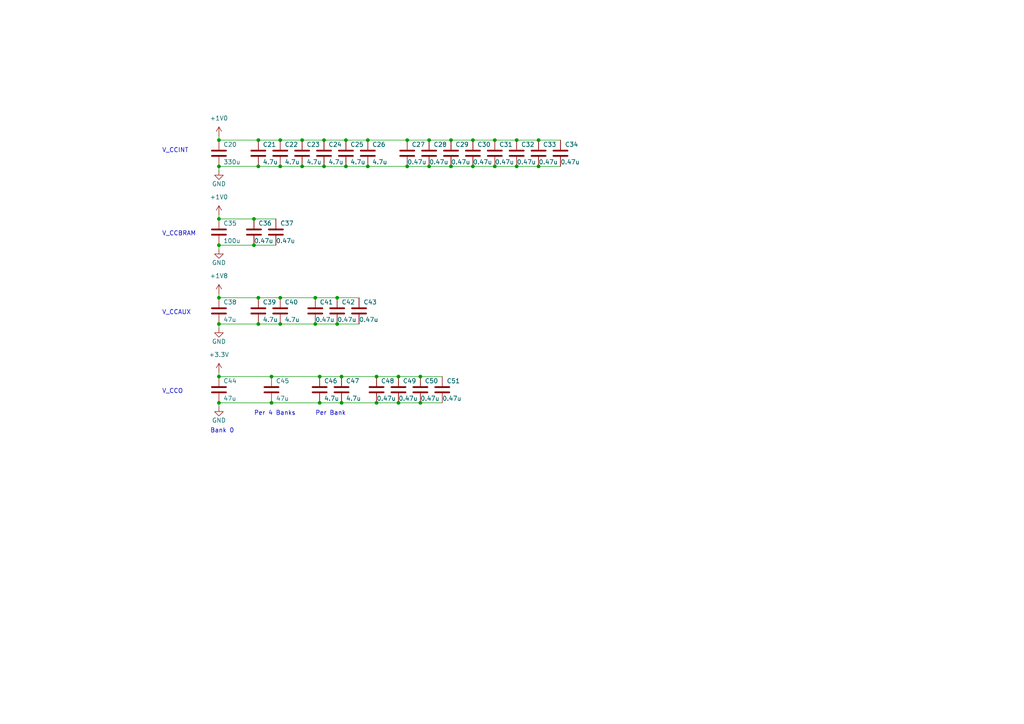
<source format=kicad_sch>
(kicad_sch (version 20230121) (generator eeschema)
  (paper "A4")
  (lib_symbols
    (symbol "Device:C" (pin_numbers hide) (pin_names (offset 0.254))
      (property "Reference" "C" (at 0.635 2.54 0))
      (property "Value" "C" (at 0.635 -2.54 0))
      (symbol "C_0_1"
        (polyline (pts (xy -2.032 -0.762) (xy 2.032 -0.762)) (stroke (width 0.508)))
        (polyline (pts (xy -2.032 0.762) (xy 2.032 0.762)) (stroke (width 0.508)))
      )
      (symbol "C_1_1"
        (pin passive line (at 0 3.81 270) (length 2.794) (name "~") (number "1"))
        (pin passive line (at 0 -3.81 90) (length 2.794) (name "~") (number "2"))
      )
    )
    (symbol "power:+1V0" (power) (pin_names (offset 0))
      (property "Value" "+1V0" (at 0 3.556 0))
      (symbol "+1V0_0_1"
        (polyline (pts (xy -0.762 1.27) (xy 0 2.54)))
        (polyline (pts (xy 0 0) (xy 0 2.54)))
        (polyline (pts (xy 0 2.54) (xy 0.762 1.27)))
      )
      (symbol "+1V0_1_1"
        (pin power_in line (at 0 0 90) (length 0) hide (name "+1V0") (number "1"))
      )
    )
    (symbol "power:+1V8" (power) (pin_names (offset 0))
      (property "Value" "+1V8" (at 0 3.556 0))
      (symbol "+1V8_0_1"
        (polyline (pts (xy -0.762 1.27) (xy 0 2.54)))
        (polyline (pts (xy 0 0) (xy 0 2.54)))
        (polyline (pts (xy 0 2.54) (xy 0.762 1.27)))
      )
      (symbol "+1V8_1_1"
        (pin power_in line (at 0 0 90) (length 0) hide (name "+1V8") (number "1"))
      )
    )
    (symbol "power:+3.3V" (power) (pin_names (offset 0))
      (property "Value" "+3.3V" (at 0 3.556 0))
      (symbol "+3.3V_0_1"
        (polyline (pts (xy -0.762 1.27) (xy 0 2.54)))
        (polyline (pts (xy 0 0) (xy 0 2.54)))
        (polyline (pts (xy 0 2.54) (xy 0.762 1.27)))
      )
      (symbol "+3.3V_1_1"
        (pin power_in line (at 0 0 90) (length 0) hide (name "+3.3V") (number "1"))
      )
    )
    (symbol "power:GND" (power) (pin_names (offset 0))
      (property "Value" "GND" (at 0 -3.81 0))
      (symbol "GND_0_1"
        (polyline (pts (xy 0 0) (xy 0 -1.27) (xy 1.27 -1.27) (xy 0 -2.54) (xy -1.27 -1.27) (xy 0 -1.27)))
      )
      (symbol "GND_1_1"
        (pin power_in line (at 0 0 270) (length 0) hide (name "GND") (number "1"))
      )
    )
  )
  (junction (at 156.21 48.26))
  (junction (at 100.33 40.64))
  (junction (at 156.21 40.64))
  (junction (at 149.86 40.64))
  (junction (at 118.11 40.64))
  (junction (at 106.68 48.26))
  (junction (at 149.86 48.26))
  (junction (at 93.98 48.26))
  (junction (at 63.5 86.36))
  (junction (at 143.51 40.64))
  (junction (at 118.11 48.26))
  (junction (at 121.92 116.84))
  (junction (at 63.5 48.26))
  (junction (at 74.93 93.98))
  (junction (at 124.46 48.26))
  (junction (at 63.5 40.64))
  (junction (at 130.81 40.64))
  (junction (at 91.44 86.36))
  (junction (at 78.74 116.84))
  (junction (at 115.57 116.84))
  (junction (at 143.51 48.26))
  (junction (at 74.93 40.64))
  (junction (at 63.5 93.98))
  (junction (at 81.28 93.98))
  (junction (at 63.5 116.84))
  (junction (at 74.93 48.26))
  (junction (at 78.74 109.22))
  (junction (at 81.28 48.26))
  (junction (at 97.79 86.36))
  (junction (at 63.5 63.5))
  (junction (at 91.44 93.98))
  (junction (at 92.71 109.22))
  (junction (at 73.66 71.12))
  (junction (at 130.81 48.26))
  (junction (at 137.16 40.64))
  (junction (at 92.71 116.84))
  (junction (at 81.28 40.64))
  (junction (at 81.28 86.36))
  (junction (at 109.22 109.22))
  (junction (at 99.06 109.22))
  (junction (at 87.63 48.26))
  (junction (at 106.68 40.64))
  (junction (at 73.66 63.5))
  (junction (at 87.63 40.64))
  (junction (at 100.33 48.26))
  (junction (at 93.98 40.64))
  (junction (at 99.06 116.84))
  (junction (at 74.93 86.36))
  (junction (at 137.16 48.26))
  (junction (at 109.22 116.84))
  (junction (at 121.92 109.22))
  (junction (at 124.46 40.64))
  (junction (at 63.5 109.22))
  (junction (at 97.79 93.98))
  (junction (at 63.5 71.12))
  (junction (at 115.57 109.22))
  (wire (pts (xy 63.5 62.23) (xy 63.5 63.5)))
  (wire (pts (xy 63.5 39.37) (xy 63.5 40.64)))
  (wire (pts (xy 81.28 93.98) (xy 91.44 93.98)))
  (wire (pts (xy 130.81 48.26) (xy 137.16 48.26)))
  (wire (pts (xy 63.5 85.09) (xy 63.5 86.36)))
  (wire (pts (xy 118.11 40.64) (xy 124.46 40.64)))
  (wire (pts (xy 99.06 109.22) (xy 109.22 109.22)))
  (wire (pts (xy 63.5 93.98) (xy 63.5 95.25)))
  (wire (pts (xy 137.16 48.26) (xy 143.51 48.26)))
  (wire (pts (xy 87.63 48.26) (xy 93.98 48.26)))
  (wire (pts (xy 115.57 116.84) (xy 121.92 116.84)))
  (wire (pts (xy 93.98 40.64) (xy 100.33 40.64)))
  (wire (pts (xy 81.28 86.36) (xy 91.44 86.36)))
  (wire (pts (xy 109.22 109.22) (xy 115.57 109.22)))
  (wire (pts (xy 78.74 109.22) (xy 92.71 109.22)))
  (wire (pts (xy 106.68 48.26) (xy 118.11 48.26)))
  (wire (pts (xy 97.79 93.98) (xy 104.14 93.98)))
  (wire (pts (xy 87.63 40.64) (xy 93.98 40.64)))
  (wire (pts (xy 97.79 86.36) (xy 104.14 86.36)))
  (wire (pts (xy 63.5 93.98) (xy 74.93 93.98)))
  (wire (pts (xy 130.81 40.64) (xy 137.16 40.64)))
  (wire (pts (xy 143.51 48.26) (xy 149.86 48.26)))
  (wire (pts (xy 93.98 48.26) (xy 100.33 48.26)))
  (wire (pts (xy 106.68 40.64) (xy 118.11 40.64)))
  (wire (pts (xy 63.5 116.84) (xy 78.74 116.84)))
  (wire (pts (xy 73.66 63.5) (xy 80.01 63.5)))
  (wire (pts (xy 63.5 86.36) (xy 74.93 86.36)))
  (wire (pts (xy 149.86 48.26) (xy 156.21 48.26)))
  (wire (pts (xy 109.22 116.84) (xy 115.57 116.84)))
  (wire (pts (xy 81.28 48.26) (xy 87.63 48.26)))
  (wire (pts (xy 74.93 40.64) (xy 81.28 40.64)))
  (wire (pts (xy 92.71 109.22) (xy 99.06 109.22)))
  (wire (pts (xy 63.5 48.26) (xy 63.5 49.53)))
  (wire (pts (xy 63.5 107.95) (xy 63.5 109.22)))
  (wire (pts (xy 143.51 40.64) (xy 149.86 40.64)))
  (wire (pts (xy 74.93 86.36) (xy 81.28 86.36)))
  (wire (pts (xy 124.46 48.26) (xy 130.81 48.26)))
  (wire (pts (xy 63.5 71.12) (xy 63.5 72.39)))
  (wire (pts (xy 63.5 71.12) (xy 73.66 71.12)))
  (wire (pts (xy 124.46 40.64) (xy 130.81 40.64)))
  (wire (pts (xy 78.74 116.84) (xy 92.71 116.84)))
  (wire (pts (xy 63.5 63.5) (xy 73.66 63.5)))
  (wire (pts (xy 63.5 40.64) (xy 74.93 40.64)))
  (wire (pts (xy 100.33 40.64) (xy 106.68 40.64)))
  (wire (pts (xy 118.11 48.26) (xy 124.46 48.26)))
  (wire (pts (xy 63.5 48.26) (xy 74.93 48.26)))
  (wire (pts (xy 91.44 86.36) (xy 97.79 86.36)))
  (wire (pts (xy 121.92 116.84) (xy 128.27 116.84)))
  (wire (pts (xy 156.21 40.64) (xy 162.56 40.64)))
  (wire (pts (xy 74.93 93.98) (xy 81.28 93.98)))
  (wire (pts (xy 81.28 40.64) (xy 87.63 40.64)))
  (wire (pts (xy 73.66 71.12) (xy 80.01 71.12)))
  (wire (pts (xy 63.5 116.84) (xy 63.5 118.11)))
  (wire (pts (xy 100.33 48.26) (xy 106.68 48.26)))
  (wire (pts (xy 121.92 109.22) (xy 128.27 109.22)))
  (wire (pts (xy 92.71 116.84) (xy 99.06 116.84)))
  (wire (pts (xy 137.16 40.64) (xy 143.51 40.64)))
  (wire (pts (xy 149.86 40.64) (xy 156.21 40.64)))
  (wire (pts (xy 63.5 109.22) (xy 78.74 109.22)))
  (wire (pts (xy 91.44 93.98) (xy 97.79 93.98)))
  (wire (pts (xy 74.93 48.26) (xy 81.28 48.26)))
  (wire (pts (xy 115.57 109.22) (xy 121.92 109.22)))
  (wire (pts (xy 99.06 116.84) (xy 109.22 116.84)))
  (wire (pts (xy 156.21 48.26) (xy 162.56 48.26)))
  (text "Bank 0" (at 60.96 125.73 0) (effects (font (size 1.27 1.27)) (justify left bottom)))
  (text "V_CCO" (at 46.99 114.3 0) (effects (font (size 1.27 1.27)) (justify left bottom)))
  (text "V_CCAUX" (at 46.99 91.44 0) (effects (font (size 1.27 1.27)) (justify left bottom)))
  (text "V_CCINT" (at 46.99 44.45 0) (effects (font (size 1.27 1.27)) (justify left bottom)))
  (text "V_CCBRAM" (at 46.99 68.58 0) (effects (font (size 1.27 1.27)) (justify left bottom)))
  (text "Per 4 Banks" (at 73.66 120.65 0) (effects (font (size 1.27 1.27)) (justify left bottom)))
  (text "Per Bank" (at 91.44 120.65 0) (effects (font (size 1.27 1.27)) (justify left bottom)))
  (symbol (lib_id "Device:C") (at 81.28 90.17 0) (unit 1)
    (property "Reference" "C40" (at 82.55 87.63 0) (effects (justify left)))
    (property "Value" "4.7u" (at 82.55 92.71 0) (effects (justify left)))
    (property "Footprint" "Capacitor_SMD:C_0805_2012Metric" (effects hide))
  )
  (symbol (lib_id "Device:C") (at 91.44 90.17 0) (unit 1)
    (property "Reference" "C41" (at 92.71 87.63 0) (effects (justify left)))
    (property "Value" "0.47u" (at 91.44 92.71 0) (effects (justify left)))
    (property "Footprint" "Capacitor_SMD:C_0603_1608Metric" (effects hide))
  )
  (symbol (lib_id "Device:C") (at 104.14 90.17 0) (unit 1)
    (property "Reference" "C43" (at 105.41 87.63 0) (effects (justify left)))
    (property "Value" "0.47u" (at 104.14 92.71 0) (effects (justify left)))
    (property "Footprint" "Capacitor_SMD:C_0603_1608Metric" (effects hide))
  )
  (symbol (lib_id "Device:C") (at 109.22 113.03 0) (unit 1)
    (property "Reference" "C48" (at 110.49 110.49 0) (effects (justify left)))
    (property "Value" "0.47u" (at 109.22 115.57 0) (effects (justify left)))
    (property "Footprint" "Capacitor_SMD:C_0603_1608Metric" (effects hide))
  )
  (symbol (lib_id "power:+1V0") (at 63.5 39.37 0) (unit 1)
    (property "Reference" "#PWR03" (effects hide))
    (property "Value" "+1V0" (at 63.5 34.29 0))
  )
  (symbol (lib_id "Device:C") (at 78.74 113.03 0) (unit 1)
    (property "Reference" "C45" (at 80.01 110.49 0) (effects (justify left)))
    (property "Value" "47u" (at 80.01 115.57 0) (effects (justify left)))
    (property "Footprint" "Capacitor_SMD:C_0805_2012Metric" (effects hide))
  )
  (symbol (lib_id "Device:C") (at 93.98 44.45 0) (unit 1)
    (property "Reference" "C24" (at 95.25 41.91 0) (effects (justify left)))
    (property "Value" "4.7u" (at 95.25 46.99 0) (effects (justify left)))
    (property "Footprint" "Capacitor_SMD:C_0805_2012Metric" (effects hide))
  )
  (symbol (lib_id "Device:C") (at 87.63 44.45 0) (unit 1)
    (property "Reference" "C23" (at 88.9 41.91 0) (effects (justify left)))
    (property "Value" "4.7u" (at 88.9 46.99 0) (effects (justify left)))
    (property "Footprint" "Capacitor_SMD:C_0805_2012Metric" (effects hide))
  )
  (symbol (lib_id "Device:C") (at 121.92 113.03 0) (unit 1)
    (property "Reference" "C50" (at 123.19 110.49 0) (effects (justify left)))
    (property "Value" "0.47u" (at 121.92 115.57 0) (effects (justify left)))
    (property "Footprint" "Capacitor_SMD:C_0603_1608Metric" (effects hide))
  )
  (symbol (lib_id "Device:C") (at 143.51 44.45 0) (unit 1)
    (property "Reference" "C31" (at 144.78 41.91 0) (effects (justify left)))
    (property "Value" "0.47u" (at 143.51 46.99 0) (effects (justify left)))
    (property "Footprint" "Capacitor_SMD:C_0603_1608Metric" (effects hide))
  )
  (symbol (lib_id "Device:C") (at 149.86 44.45 0) (unit 1)
    (property "Reference" "C32" (at 151.13 41.91 0) (effects (justify left)))
    (property "Value" "0.47u" (at 149.86 46.99 0) (effects (justify left)))
    (property "Footprint" "Capacitor_SMD:C_0603_1608Metric" (effects hide))
  )
  (symbol (lib_id "Device:C") (at 80.01 67.31 0) (unit 1)
    (property "Reference" "C37" (at 81.28 64.77 0) (effects (justify left)))
    (property "Value" "0.47u" (at 80.01 69.85 0) (effects (justify left)))
    (property "Footprint" "Capacitor_SMD:C_0603_1608Metric" (effects hide))
  )
  (symbol (lib_id "Device:C") (at 63.5 67.31 0) (unit 1)
    (property "Reference" "C35" (at 64.77 64.77 0) (effects (justify left)))
    (property "Value" "100u" (at 64.77 69.85 0) (effects (justify left)))
    (property "Footprint" "Capacitor_SMD:C_0805_2012Metric" (effects hide))
  )
  (symbol (lib_id "power:GND") (at 63.5 49.53 0) (unit 1)
    (property "Reference" "#PWR04" (effects hide))
    (property "Value" "GND" (at 63.5 53.34 0))
  )
  (symbol (lib_id "Device:C") (at 63.5 90.17 0) (unit 1)
    (property "Reference" "C38" (at 64.77 87.63 0) (effects (justify left)))
    (property "Value" "47u" (at 64.77 92.71 0) (effects (justify left)))
    (property "Footprint" "Capacitor_SMD:C_0805_2012Metric" (effects hide))
  )
  (symbol (lib_id "power:+1V0") (at 63.5 62.23 0) (unit 1)
    (property "Reference" "#PWR010" (effects hide))
    (property "Value" "+1V0" (at 63.5 57.15 0))
  )
  (symbol (lib_id "power:+1V8") (at 63.5 85.09 0) (unit 1)
    (property "Reference" "#PWR06" (effects hide))
    (property "Value" "+1V8" (at 63.5 80.01 0))
  )
  (symbol (lib_id "Device:C") (at 74.93 44.45 0) (unit 1)
    (property "Reference" "C21" (at 76.2 41.91 0) (effects (justify left)))
    (property "Value" "4.7u" (at 76.2 46.99 0) (effects (justify left)))
    (property "Footprint" "Capacitor_SMD:C_0805_2012Metric" (effects hide))
  )
  (symbol (lib_id "Device:C") (at 106.68 44.45 0) (unit 1)
    (property "Reference" "C26" (at 107.95 41.91 0) (effects (justify left)))
    (property "Value" "4.7u" (at 107.95 46.99 0) (effects (justify left)))
    (property "Footprint" "Capacitor_SMD:C_0805_2012Metric" (effects hide))
  )
  (symbol (lib_id "Device:C") (at 97.79 90.17 0) (unit 1)
    (property "Reference" "C42" (at 99.06 87.63 0) (effects (justify left)))
    (property "Value" "0.47u" (at 97.79 92.71 0) (effects (justify left)))
    (property "Footprint" "Capacitor_SMD:C_0603_1608Metric" (effects hide))
  )
  (symbol (lib_id "Device:C") (at 63.5 44.45 0) (unit 1)
    (property "Reference" "C20" (at 64.77 41.91 0) (effects (justify left)))
    (property "Value" "330u" (at 64.77 46.99 0) (effects (justify left)))
    (property "Footprint" "T520V337M2R5ATE025:CAPMP7.6X4.3_1.9N_KEM" (effects hide))
  )
  (symbol (lib_id "Device:C") (at 118.11 44.45 0) (unit 1)
    (property "Reference" "C27" (at 119.38 41.91 0) (effects (justify left)))
    (property "Value" "0.47u" (at 118.11 46.99 0) (effects (justify left)))
    (property "Footprint" "Capacitor_SMD:C_0603_1608Metric" (effects hide))
  )
  (symbol (lib_id "power:GND") (at 63.5 72.39 0) (unit 1)
    (property "Reference" "#PWR05" (effects hide))
    (property "Value" "GND" (at 63.5 76.2 0))
  )
  (symbol (lib_id "Device:C") (at 130.81 44.45 0) (unit 1)
    (property "Reference" "C29" (at 132.08 41.91 0) (effects (justify left)))
    (property "Value" "0.47u" (at 130.81 46.99 0) (effects (justify left)))
    (property "Footprint" "Capacitor_SMD:C_0603_1608Metric" (effects hide))
  )
  (symbol (lib_id "power:GND") (at 63.5 95.25 0) (unit 1)
    (property "Reference" "#PWR07" (effects hide))
    (property "Value" "GND" (at 63.5 99.06 0))
  )
  (symbol (lib_id "Device:C") (at 128.27 113.03 0) (unit 1)
    (property "Reference" "C51" (at 129.54 110.49 0) (effects (justify left)))
    (property "Value" "0.47u" (at 128.27 115.57 0) (effects (justify left)))
    (property "Footprint" "Capacitor_SMD:C_0603_1608Metric" (effects hide))
  )
  (symbol (lib_id "Device:C") (at 74.93 90.17 0) (unit 1)
    (property "Reference" "C39" (at 76.2 87.63 0) (effects (justify left)))
    (property "Value" "4.7u" (at 76.2 92.71 0) (effects (justify left)))
    (property "Footprint" "Capacitor_SMD:C_0805_2012Metric" (effects hide))
  )
  (symbol (lib_id "Device:C") (at 124.46 44.45 0) (unit 1)
    (property "Reference" "C28" (at 125.73 41.91 0) (effects (justify left)))
    (property "Value" "0.47u" (at 124.46 46.99 0) (effects (justify left)))
    (property "Footprint" "Capacitor_SMD:C_0603_1608Metric" (effects hide))
  )
  (symbol (lib_id "Device:C") (at 156.21 44.45 0) (unit 1)
    (property "Reference" "C33" (at 157.48 41.91 0) (effects (justify left)))
    (property "Value" "0.47u" (at 156.21 46.99 0) (effects (justify left)))
    (property "Footprint" "Capacitor_SMD:C_0603_1608Metric" (effects hide))
  )
  (symbol (lib_id "power:GND") (at 63.5 118.11 0) (unit 1)
    (property "Reference" "#PWR08" (effects hide))
    (property "Value" "GND" (at 63.5 121.92 0))
  )
  (symbol (lib_id "power:+3.3V") (at 63.5 107.95 0) (unit 1)
    (property "Reference" "#PWR09" (effects hide))
    (property "Value" "+3.3V" (at 63.5 102.87 0))
  )
  (symbol (lib_id "Device:C") (at 92.71 113.03 0) (unit 1)
    (property "Reference" "C46" (at 93.98 110.49 0) (effects (justify left)))
    (property "Value" "4.7u" (at 93.98 115.57 0) (effects (justify left)))
    (property "Footprint" "Capacitor_SMD:C_0805_2012Metric" (effects hide))
  )
  (symbol (lib_id "Device:C") (at 115.57 113.03 0) (unit 1)
    (property "Reference" "C49" (at 116.84 110.49 0) (effects (justify left)))
    (property "Value" "0.47u" (at 115.57 115.57 0) (effects (justify left)))
    (property "Footprint" "Capacitor_SMD:C_0603_1608Metric" (effects hide))
  )
  (symbol (lib_id "Device:C") (at 137.16 44.45 0) (unit 1)
    (property "Reference" "C30" (at 138.43 41.91 0) (effects (justify left)))
    (property "Value" "0.47u" (at 137.16 46.99 0) (effects (justify left)))
    (property "Footprint" "Capacitor_SMD:C_0603_1608Metric" (effects hide))
  )
  (symbol (lib_id "Device:C") (at 162.56 44.45 0) (unit 1)
    (property "Reference" "C34" (at 163.83 41.91 0) (effects (justify left)))
    (property "Value" "0.47u" (at 162.56 46.99 0) (effects (justify left)))
    (property "Footprint" "Capacitor_SMD:C_0603_1608Metric" (effects hide))
  )
  (symbol (lib_id "Device:C") (at 63.5 113.03 0) (unit 1)
    (property "Reference" "C44" (at 64.77 110.49 0) (effects (justify left)))
    (property "Value" "47u" (at 64.77 115.57 0) (effects (justify left)))
    (property "Footprint" "Capacitor_SMD:C_0805_2012Metric" (effects hide))
  )
  (symbol (lib_id "Device:C") (at 100.33 44.45 0) (unit 1)
    (property "Reference" "C25" (at 101.6 41.91 0) (effects (justify left)))
    (property "Value" "4.7u" (at 101.6 46.99 0) (effects (justify left)))
    (property "Footprint" "Capacitor_SMD:C_0805_2012Metric" (effects hide))
  )
  (symbol (lib_id "Device:C") (at 99.06 113.03 0) (unit 1)
    (property "Reference" "C47" (at 100.33 110.49 0) (effects (justify left)))
    (property "Value" "4.7u" (at 100.33 115.57 0) (effects (justify left)))
    (property "Footprint" "Capacitor_SMD:C_0805_2012Metric" (effects hide))
  )
  (symbol (lib_id "Device:C") (at 81.28 44.45 0) (unit 1)
    (property "Reference" "C22" (at 82.55 41.91 0) (effects (justify left)))
    (property "Value" "4.7u" (at 82.55 46.99 0) (effects (justify left)))
    (property "Footprint" "Capacitor_SMD:C_0805_2012Metric" (effects hide))
  )
  (symbol (lib_id "Device:C") (at 73.66 67.31 0) (unit 1)
    (property "Reference" "C36" (at 74.93 64.77 0) (effects (justify left)))
    (property "Value" "0.47u" (at 73.66 69.85 0) (effects (justify left)))
    (property "Footprint" "Capacitor_SMD:C_0603_1608Metric" (effects hide))
  )
)
</source>
